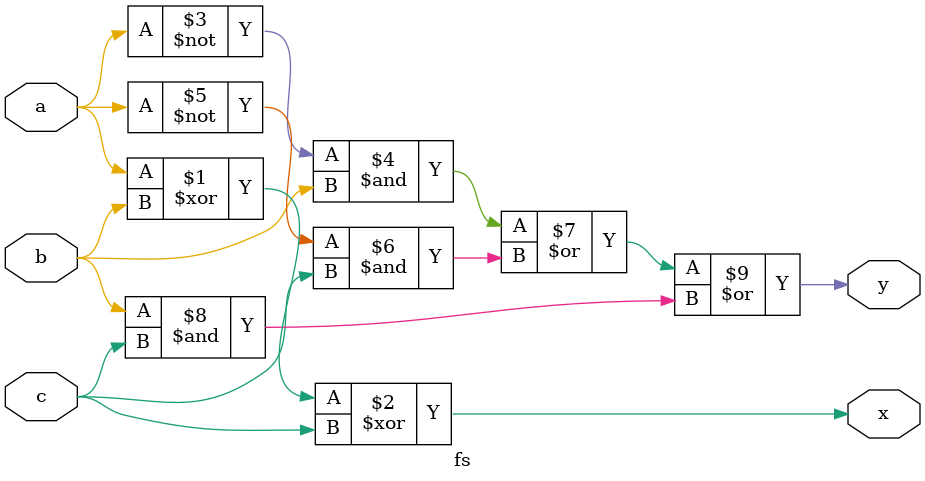
<source format=v>
module fs(a,b,c,x,y);
input a,b,c;
output x,y;
assign x= a^b^c;
assign y= ((~a)&b)|((~a)&c)|(b&c);
endmodule  

</source>
